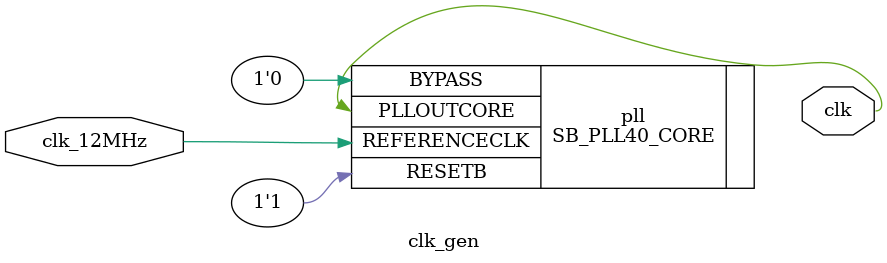
<source format=v>

module clk_gen #(
  parameter F = 16
) (
  input clk_12MHz,
  output clk);

// Divider coefficients obtained with icepll.exe

localparam DIVR =
  F == 16 ? 0 :
  F == 36 ? 0 :
  -1;

localparam DIVF =
  F == 16 ? 84 :
  F == 36 ? 47 :
  -1;

localparam DIVQ =
  F == 16 ? 6 :
  F == 36 ? 4 :
  -1;

localparam FR =
  F == 16 ? 1 :
  F == 36 ? 1 :
  -1;

generate
  if (DIVF < 0)
    unsupported_clock_frequency m();
endgenerate

SB_PLL40_CORE #(
  .FEEDBACK_PATH("SIMPLE"),
  .PLLOUT_SELECT("GENCLK"),
  .DIVR(DIVR),
  .DIVF(DIVF),
  .DIVQ(DIVQ),
  .FILTER_RANGE(FR)) pll (
  .REFERENCECLK(clk_12MHz),
  .PLLOUTCORE(clk),
  .RESETB(1'b1),
  .BYPASS(1'b0));

endmodule


</source>
